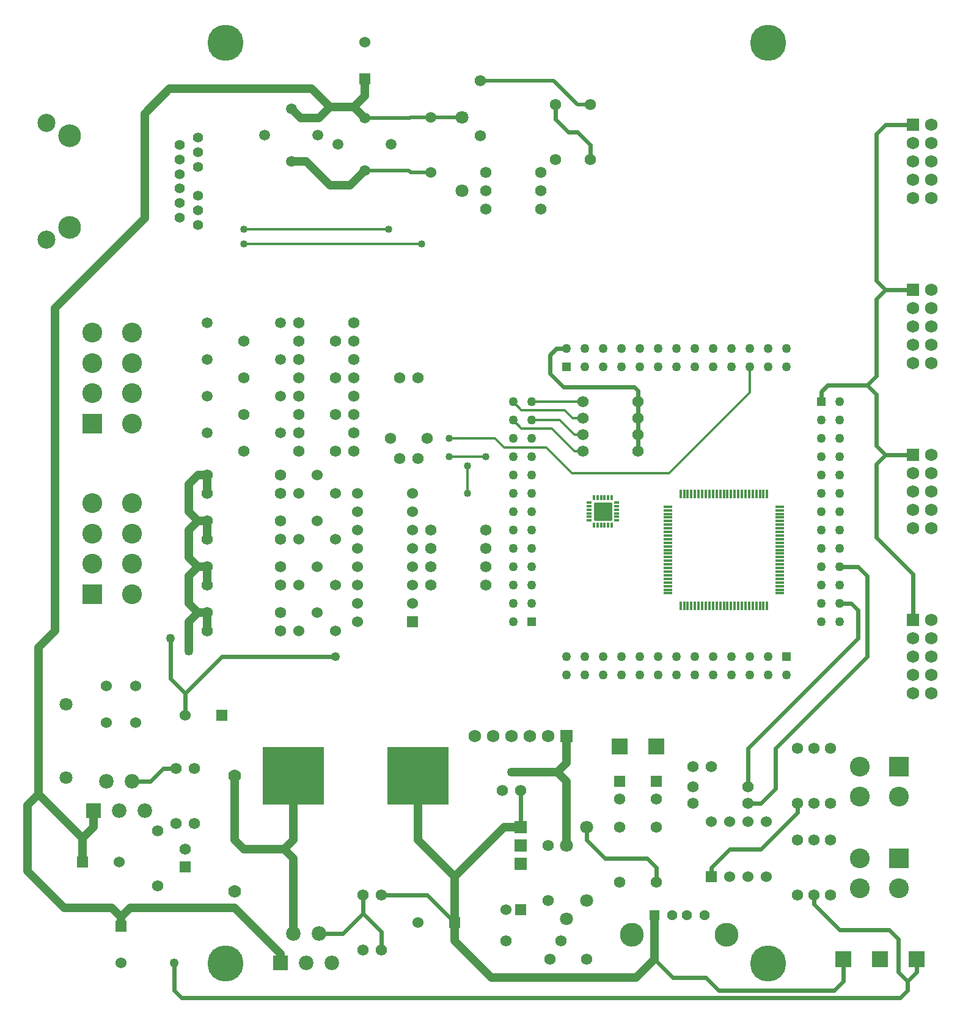
<source format=gtl>
G04*
G04 #@! TF.GenerationSoftware,Altium Limited,Altium Designer,22.6.1 (34)*
G04*
G04 Layer_Physical_Order=1*
G04 Layer_Color=255*
%FSLAX25Y25*%
%MOIN*%
G70*
G04*
G04 #@! TF.SameCoordinates,AF77A519-CAE8-4CE4-B455-2A79372E2E6D*
G04*
G04*
G04 #@! TF.FilePolarity,Positive*
G04*
G01*
G75*
%ADD34C,0.07000*%
%ADD43R,0.07000X0.07000*%
%ADD55R,0.04724X0.01181*%
%ADD56R,0.01181X0.04724*%
G04:AMPARAMS|DCode=57|XSize=98.43mil|YSize=98.43mil|CornerRadius=2.46mil|HoleSize=0mil|Usage=FLASHONLY|Rotation=180.000|XOffset=0mil|YOffset=0mil|HoleType=Round|Shape=RoundedRectangle|*
%AMROUNDEDRECTD57*
21,1,0.09843,0.09350,0,0,180.0*
21,1,0.09350,0.09843,0,0,180.0*
1,1,0.00492,-0.04675,0.04675*
1,1,0.00492,0.04675,0.04675*
1,1,0.00492,0.04675,-0.04675*
1,1,0.00492,-0.04675,-0.04675*
%
%ADD57ROUNDEDRECTD57*%
G04:AMPARAMS|DCode=58|XSize=27.17mil|YSize=11.02mil|CornerRadius=1.38mil|HoleSize=0mil|Usage=FLASHONLY|Rotation=270.000|XOffset=0mil|YOffset=0mil|HoleType=Round|Shape=RoundedRectangle|*
%AMROUNDEDRECTD58*
21,1,0.02717,0.00827,0,0,270.0*
21,1,0.02441,0.01102,0,0,270.0*
1,1,0.00276,-0.00413,-0.01221*
1,1,0.00276,-0.00413,0.01221*
1,1,0.00276,0.00413,0.01221*
1,1,0.00276,0.00413,-0.01221*
%
%ADD58ROUNDEDRECTD58*%
G04:AMPARAMS|DCode=59|XSize=27.17mil|YSize=11.02mil|CornerRadius=1.38mil|HoleSize=0mil|Usage=FLASHONLY|Rotation=180.000|XOffset=0mil|YOffset=0mil|HoleType=Round|Shape=RoundedRectangle|*
%AMROUNDEDRECTD59*
21,1,0.02717,0.00827,0,0,180.0*
21,1,0.02441,0.01102,0,0,180.0*
1,1,0.00276,-0.01221,0.00413*
1,1,0.00276,0.01221,0.00413*
1,1,0.00276,0.01221,-0.00413*
1,1,0.00276,-0.01221,-0.00413*
%
%ADD59ROUNDEDRECTD59*%
%ADD60R,0.33465X0.31496*%
%ADD61C,0.02000*%
%ADD62C,0.02362*%
%ADD63C,0.04724*%
%ADD64C,0.01378*%
%ADD65R,0.10827X0.10827*%
%ADD66C,0.10827*%
%ADD67C,0.05622*%
%ADD68C,0.13055*%
%ADD69R,0.05622X0.05622*%
%ADD70C,0.05512*%
%ADD71C,0.12402*%
%ADD72C,0.09843*%
%ADD73C,0.06200*%
%ADD74C,0.06000*%
%ADD75R,0.09055X0.09055*%
%ADD76R,0.07950X0.07950*%
%ADD77C,0.07950*%
%ADD78C,0.05906*%
%ADD79R,0.06000X0.06000*%
%ADD80R,0.06000X0.06000*%
%ADD81C,0.19685*%
%ADD82R,0.06200X0.06200*%
%ADD83C,0.07087*%
%ADD84R,0.06890X0.06890*%
%ADD85C,0.06890*%
%ADD86C,0.05000*%
%ADD87R,0.05000X0.05000*%
%ADD88R,0.05000X0.05000*%
%ADD89R,0.06890X0.06890*%
%ADD90C,0.04921*%
%ADD91C,0.04000*%
D34*
X133000Y127000D02*
D03*
Y64000D02*
D03*
D43*
X289000Y89000D02*
D03*
Y99000D02*
D03*
Y79000D02*
D03*
D55*
X430512Y226378D02*
D03*
Y273622D02*
D03*
Y271654D02*
D03*
Y269685D02*
D03*
Y267717D02*
D03*
Y265748D02*
D03*
Y263779D02*
D03*
Y261811D02*
D03*
Y259842D02*
D03*
Y257874D02*
D03*
Y255906D02*
D03*
Y253937D02*
D03*
Y251969D02*
D03*
Y250000D02*
D03*
Y248031D02*
D03*
Y246063D02*
D03*
Y244094D02*
D03*
Y242126D02*
D03*
Y240158D02*
D03*
Y238189D02*
D03*
Y236221D02*
D03*
Y234252D02*
D03*
Y232283D02*
D03*
Y230315D02*
D03*
Y228346D02*
D03*
X369488Y273622D02*
D03*
Y271654D02*
D03*
Y269685D02*
D03*
Y267717D02*
D03*
Y265748D02*
D03*
Y263779D02*
D03*
Y261811D02*
D03*
Y259842D02*
D03*
Y257874D02*
D03*
Y255906D02*
D03*
Y253937D02*
D03*
Y251969D02*
D03*
Y250000D02*
D03*
Y248031D02*
D03*
Y246063D02*
D03*
Y244094D02*
D03*
Y242126D02*
D03*
Y240158D02*
D03*
Y238189D02*
D03*
Y236221D02*
D03*
Y234252D02*
D03*
Y232283D02*
D03*
Y230315D02*
D03*
Y228346D02*
D03*
Y226378D02*
D03*
D56*
X423622Y280512D02*
D03*
X378346Y219488D02*
D03*
X380315D02*
D03*
X382283D02*
D03*
X384252D02*
D03*
X386221D02*
D03*
X388189D02*
D03*
X390158D02*
D03*
X392126D02*
D03*
X394094D02*
D03*
X396063D02*
D03*
X398031D02*
D03*
X400000D02*
D03*
X401968D02*
D03*
X403937D02*
D03*
X405905D02*
D03*
X407874D02*
D03*
X409842D02*
D03*
X411811D02*
D03*
X413779D02*
D03*
X415748D02*
D03*
X417717D02*
D03*
X419685D02*
D03*
X421654D02*
D03*
X423622D02*
D03*
X376378D02*
D03*
X421654Y280512D02*
D03*
X419685D02*
D03*
X417717D02*
D03*
X415748D02*
D03*
X413779D02*
D03*
X411811D02*
D03*
X409842D02*
D03*
X407874D02*
D03*
X405905D02*
D03*
X403937D02*
D03*
X401968D02*
D03*
X400000D02*
D03*
X398031D02*
D03*
X396063D02*
D03*
X394094D02*
D03*
X392126D02*
D03*
X390158D02*
D03*
X388189D02*
D03*
X386221D02*
D03*
X384252D02*
D03*
X382283D02*
D03*
X380315D02*
D03*
X378346D02*
D03*
X376378D02*
D03*
D57*
X334000Y271000D02*
D03*
D58*
X329079Y278480D02*
D03*
X331047D02*
D03*
X333016D02*
D03*
X334984D02*
D03*
X336953D02*
D03*
X338921D02*
D03*
Y263520D02*
D03*
X336953D02*
D03*
X334984D02*
D03*
X333016D02*
D03*
X331047D02*
D03*
X329079D02*
D03*
D59*
X341480Y275921D02*
D03*
Y273953D02*
D03*
Y271984D02*
D03*
Y270016D02*
D03*
Y268047D02*
D03*
Y266079D02*
D03*
X326520Y275921D02*
D03*
Y273953D02*
D03*
Y271984D02*
D03*
Y270016D02*
D03*
Y268047D02*
D03*
Y266079D02*
D03*
D60*
X233000Y127000D02*
D03*
X165000D02*
D03*
D61*
X320000Y493000D02*
X327000D01*
X307000Y506000D02*
X320000Y493000D01*
X267000Y506000D02*
X307000D01*
X229000Y456000D02*
X240000D01*
X204000Y456701D02*
X228299D01*
X229000Y456000D01*
X204000Y485653D02*
X228654D01*
X229000Y486000D01*
X240000D01*
X257000D01*
D62*
X308000Y485000D02*
X315000Y478000D01*
X320000D01*
X327000Y471000D01*
Y463000D02*
Y471000D01*
X308000Y485000D02*
Y493000D01*
X213000Y32000D02*
Y42000D01*
X203000Y52000D02*
X213000Y42000D01*
X179000Y41000D02*
X192000D01*
X203000Y52000D01*
Y62000D01*
X372000Y17000D02*
X390000D01*
X397000Y10000D01*
X460000D01*
X104000Y6000D02*
X496000D01*
X500000Y10000D01*
X100000D02*
X104000Y6000D01*
X98000Y180000D02*
Y202000D01*
Y180000D02*
X106000Y172000D01*
X94000Y131000D02*
X101000D01*
X87000Y124000D02*
X94000Y131000D01*
X465000Y15000D02*
Y27000D01*
X460000Y10000D02*
X465000Y15000D01*
X490000Y43000D02*
X495000Y38000D01*
Y20000D02*
Y38000D01*
Y20000D02*
X500000Y15000D01*
X505000Y20000D02*
Y27000D01*
X500000Y15000D02*
X505000Y20000D01*
X500000Y10000D02*
Y15000D01*
X126000Y192000D02*
X188000D01*
X100000Y10000D02*
Y25000D01*
X463000Y43000D02*
X490000D01*
X362000Y27000D02*
X372000Y17000D01*
X449000Y57000D02*
X463000Y43000D01*
X449000Y57000D02*
Y62000D01*
X325000Y92000D02*
Y99000D01*
X335000Y82000D02*
X358000D01*
X325000Y92000D02*
X335000Y82000D01*
X358000D02*
X363000Y77000D01*
Y69000D02*
Y77000D01*
X473000Y202000D02*
Y217347D01*
X413000Y121000D02*
Y142000D01*
X428000Y120000D02*
Y142000D01*
X440000Y107000D02*
Y112000D01*
X420000Y87000D02*
X440000Y107000D01*
X403000Y87000D02*
X420000D01*
X428000Y142000D02*
X478000Y192000D01*
X420000Y112000D02*
X428000Y120000D01*
X413000Y142000D02*
X473000Y202000D01*
X353000Y331000D02*
Y337000D01*
Y322000D02*
Y331000D01*
Y313000D02*
Y322000D01*
Y304000D02*
Y313000D01*
X351000Y339000D02*
X353000Y337000D01*
X312347Y339000D02*
X351000D01*
X305000Y346346D02*
X312347Y339000D01*
X213000Y62000D02*
X238000D01*
X253000Y47000D01*
X478000Y192000D02*
Y236000D01*
X413000Y112000D02*
X420000D01*
X393000Y77000D02*
X403000Y87000D01*
X393000Y72000D02*
Y77000D01*
X473000Y241000D02*
X478000Y236000D01*
X463000Y241000D02*
X473000D01*
X469347Y221000D02*
X473000Y217347D01*
X463000Y221000D02*
X469347D01*
X289000Y99000D02*
Y119000D01*
X106000Y172000D02*
X126000Y192000D01*
X106000Y160000D02*
Y172000D01*
X503000Y212000D02*
Y237000D01*
X483000Y257000D02*
X503000Y237000D01*
X488000Y302000D02*
X503000D01*
X488000Y392000D02*
X503000D01*
X488000Y482000D02*
X503000D01*
X77000Y124000D02*
X87000D01*
X478000Y340000D02*
X483000Y335000D01*
X453000Y336347D02*
X456653Y340000D01*
X478000D02*
X483000Y345000D01*
X456653Y340000D02*
X478000D01*
X483000Y345000D02*
Y387000D01*
Y307000D02*
Y335000D01*
Y477000D02*
X488000Y482000D01*
X483000Y397000D02*
Y477000D01*
Y397000D02*
X488000Y392000D01*
X483000Y387000D02*
X488000Y392000D01*
X483000Y257000D02*
Y297000D01*
X488000Y302000D01*
X483000Y307000D02*
X488000Y302000D01*
X453000Y331000D02*
Y336347D01*
X305000Y346346D02*
Y356347D01*
X308653Y360000D01*
X314000D01*
D63*
X108000Y246000D02*
Y261000D01*
Y246000D02*
X113000Y241000D01*
X108000Y236000D02*
X113000Y241000D01*
X118000D01*
X113000Y216000D02*
X118000D01*
X108000Y221000D02*
X113000Y216000D01*
X108000Y211000D02*
X113000Y216000D01*
X158000Y25000D02*
Y30000D01*
X133000Y55000D02*
X158000Y30000D01*
X76000Y55000D02*
X133000D01*
X165000Y41000D02*
Y82000D01*
X71000Y45000D02*
Y50000D01*
X66000Y55000D02*
X71000Y50000D01*
X40000Y55000D02*
X66000D01*
X71000Y50000D02*
X76000Y55000D01*
X35000Y206000D02*
Y382000D01*
X20000Y111000D02*
X26000Y117000D01*
X50000Y93000D02*
X56000Y99000D01*
Y108000D01*
X26000Y117000D02*
Y197000D01*
X50000Y80000D02*
Y93000D01*
X26000Y117000D02*
X50000Y93000D01*
X20000Y75000D02*
Y111000D01*
Y75000D02*
X40000Y55000D01*
X362000Y27000D02*
Y51000D01*
X352000Y17000D02*
X362000Y27000D01*
X343000Y17000D02*
X352000D01*
X204000Y497653D02*
Y507000D01*
X198000Y491653D02*
X204000Y497653D01*
X198000Y491653D02*
X204000Y485653D01*
X35000Y382000D02*
X84000Y431000D01*
Y488000D01*
X26000Y197000D02*
X35000Y206000D01*
X179000Y485653D02*
X185000Y491653D01*
X198000D01*
X164000Y490654D02*
X169000Y485653D01*
X179000D01*
X175000Y501653D02*
X185000Y491653D01*
X97654Y501653D02*
X175000D01*
X84000Y488000D02*
X97654Y501653D01*
X102988Y463000D02*
X103000Y463012D01*
X185000Y449000D02*
X196299D01*
X204000Y456701D01*
X172299Y461701D02*
X185000Y449000D01*
X164000Y461701D02*
X172299D01*
X253000Y37000D02*
X273000Y17000D01*
X253000Y72000D02*
X280000Y99000D01*
X289000D01*
X273000Y17000D02*
X343000Y17000D01*
X253000Y37000D02*
Y47000D01*
X138000Y87000D02*
X160000D01*
X165000Y82000D01*
X160000Y87000D02*
X165000Y92000D01*
Y127000D01*
X233000Y92000D02*
Y127000D01*
X253000Y47000D02*
Y72000D01*
X233000Y92000D02*
X253000Y72000D01*
X133000Y92000D02*
Y127000D01*
Y92000D02*
X138000Y87000D01*
X284000Y129000D02*
X308922D01*
X314000Y89000D02*
Y124000D01*
X309000Y129000D02*
X314000Y124000D01*
X309000Y129000D02*
X314000Y134000D01*
Y148653D01*
X108000Y195000D02*
Y211000D01*
Y221000D02*
Y236000D01*
X118000Y206000D02*
Y216000D01*
X108000Y261000D02*
X113000Y266000D01*
X108000Y286000D02*
X113000Y291000D01*
X108000Y271000D02*
X113000Y266000D01*
X118000Y231000D02*
Y241000D01*
Y256000D02*
Y266000D01*
X113000Y291000D02*
X118000D01*
Y281000D02*
Y291000D01*
X113000Y266000D02*
X118000D01*
X108000Y271000D02*
Y286000D01*
D64*
X270000Y311000D02*
X275000D01*
X280000Y306000D01*
X303000D01*
X317000Y292000D01*
X370000D01*
X414000Y336000D01*
Y350000D01*
X306000Y316347D02*
X318347Y304000D01*
X323000D01*
X310347Y321000D02*
X318347Y313000D01*
X323000D01*
X313000Y326346D02*
X317347Y322000D01*
X323000D01*
X295000Y331000D02*
X323000D01*
X138000Y417000D02*
X235000D01*
X138000Y425000D02*
X217000D01*
X289653Y316347D02*
X306000D01*
X285000Y321000D02*
X289653Y316347D01*
X295000Y321000D02*
X310347D01*
X289653Y326346D02*
X313000D01*
X285000Y331000D02*
X289653Y326346D01*
X260000Y281000D02*
Y296000D01*
X250000Y301000D02*
X270000D01*
X250000Y311000D02*
X270000D01*
D65*
X495653Y82000D02*
D03*
Y132000D02*
D03*
X55598Y225929D02*
D03*
Y318929D02*
D03*
D66*
X474000Y82000D02*
D03*
X495653Y65465D02*
D03*
X474000D02*
D03*
Y115465D02*
D03*
X495653D02*
D03*
X474000Y132000D02*
D03*
X77252Y225929D02*
D03*
X55598Y242465D02*
D03*
X77252D02*
D03*
X55598Y259000D02*
D03*
X77252D02*
D03*
X55598Y275535D02*
D03*
X77252D02*
D03*
Y368535D02*
D03*
X55598D02*
D03*
X77252Y352000D02*
D03*
X55598D02*
D03*
X77252Y335465D02*
D03*
X55598D02*
D03*
X77252Y318929D02*
D03*
D67*
X389559Y51000D02*
D03*
X379716D02*
D03*
X371843D02*
D03*
D68*
X401646Y40331D02*
D03*
X349913D02*
D03*
D69*
X362000Y51000D02*
D03*
D70*
X113000Y475000D02*
D03*
Y467008D02*
D03*
Y459016D02*
D03*
Y443032D02*
D03*
Y435039D02*
D03*
Y427047D02*
D03*
X103000Y471004D02*
D03*
Y463012D02*
D03*
Y455020D02*
D03*
Y447028D02*
D03*
Y439035D02*
D03*
Y431043D02*
D03*
D71*
X43000Y476024D02*
D03*
Y426024D02*
D03*
D72*
X30480Y482776D02*
D03*
Y419272D02*
D03*
D73*
X270000Y446000D02*
D03*
X300000D02*
D03*
X327000Y463000D02*
D03*
Y493000D02*
D03*
X213000Y32000D02*
D03*
Y62000D02*
D03*
X383000Y132000D02*
D03*
X393000D02*
D03*
X363000Y114200D02*
D03*
X440000Y92000D02*
D03*
Y62000D02*
D03*
X323000Y313000D02*
D03*
X353000D02*
D03*
X323000Y304000D02*
D03*
X353000D02*
D03*
X323000Y331000D02*
D03*
X353000D02*
D03*
X323000Y322000D02*
D03*
X353000D02*
D03*
X308000Y493000D02*
D03*
Y463000D02*
D03*
X300000Y456000D02*
D03*
X270000D02*
D03*
X300000Y436000D02*
D03*
X270000D02*
D03*
X267000Y506000D02*
D03*
Y476000D02*
D03*
X203000Y32000D02*
D03*
Y62000D02*
D03*
X458000D02*
D03*
Y92000D02*
D03*
X383000Y121000D02*
D03*
X413000D02*
D03*
X449000Y62000D02*
D03*
Y92000D02*
D03*
X383000Y112000D02*
D03*
X413000D02*
D03*
X279000Y119000D02*
D03*
X289000D02*
D03*
X325000Y27000D02*
D03*
X305000D02*
D03*
X458000Y112000D02*
D03*
Y142000D02*
D03*
X343000Y114200D02*
D03*
X281000Y37000D02*
D03*
X311000D02*
D03*
X304000Y59000D02*
D03*
Y89000D02*
D03*
X440000Y142000D02*
D03*
Y112000D02*
D03*
X449000Y142000D02*
D03*
Y112000D02*
D03*
X101000Y101000D02*
D03*
Y131000D02*
D03*
X111000Y101000D02*
D03*
Y131000D02*
D03*
X138000Y364000D02*
D03*
X168000D02*
D03*
X138000Y344000D02*
D03*
X168000D02*
D03*
X138000Y324000D02*
D03*
X168000D02*
D03*
X138000Y304000D02*
D03*
X168000D02*
D03*
X223000Y343900D02*
D03*
X233000D02*
D03*
X270000Y261000D02*
D03*
X240000D02*
D03*
X270000Y251000D02*
D03*
X240000D02*
D03*
X270000Y241000D02*
D03*
X240000D02*
D03*
X270000Y231000D02*
D03*
X240000D02*
D03*
X363000Y69000D02*
D03*
Y99000D02*
D03*
X343000Y69000D02*
D03*
Y99000D02*
D03*
X91000Y97000D02*
D03*
Y67000D02*
D03*
X106000Y86800D02*
D03*
X168000Y374000D02*
D03*
X198000D02*
D03*
X168000Y354000D02*
D03*
X198000D02*
D03*
X168000Y334000D02*
D03*
X198000D02*
D03*
X168000Y314000D02*
D03*
X198000D02*
D03*
X188000Y364000D02*
D03*
X198000D02*
D03*
X188000Y344000D02*
D03*
X198000D02*
D03*
X188000Y324000D02*
D03*
X198000D02*
D03*
X188000Y304000D02*
D03*
X198000D02*
D03*
X218000Y311000D02*
D03*
X238000D02*
D03*
X118000Y231000D02*
D03*
X158000D02*
D03*
X118000Y216000D02*
D03*
X158000D02*
D03*
X118000Y206000D02*
D03*
X158000D02*
D03*
X118000Y256000D02*
D03*
X158000D02*
D03*
X118000Y241000D02*
D03*
X158000D02*
D03*
X118000Y266000D02*
D03*
X158000D02*
D03*
X118000Y281000D02*
D03*
X158000D02*
D03*
X118000Y291000D02*
D03*
X158000D02*
D03*
X233000Y300000D02*
D03*
X223000D02*
D03*
D74*
X63000Y176000D02*
D03*
X79000Y156000D02*
D03*
Y176000D02*
D03*
X63000Y156000D02*
D03*
X178000Y241000D02*
D03*
X168000Y231000D02*
D03*
X188000D02*
D03*
X204000Y527000D02*
D03*
X70000Y80000D02*
D03*
X106000Y160000D02*
D03*
X71000Y25000D02*
D03*
X233000Y47000D02*
D03*
X240000Y486000D02*
D03*
Y456000D02*
D03*
X423000Y72000D02*
D03*
Y102000D02*
D03*
X393000D02*
D03*
X403000D02*
D03*
X413000D02*
D03*
Y72000D02*
D03*
X403000D02*
D03*
X281000Y54000D02*
D03*
X230000Y281000D02*
D03*
X200000D02*
D03*
Y261000D02*
D03*
Y271000D02*
D03*
X230000D02*
D03*
Y261000D02*
D03*
X200000Y241000D02*
D03*
Y251000D02*
D03*
X230000D02*
D03*
Y241000D02*
D03*
Y221000D02*
D03*
Y231000D02*
D03*
X200000D02*
D03*
Y221000D02*
D03*
Y211000D02*
D03*
X188000Y206000D02*
D03*
X168000D02*
D03*
X178000Y216000D02*
D03*
X188000Y256000D02*
D03*
X168000D02*
D03*
X178000Y266000D02*
D03*
X188000Y281000D02*
D03*
X168000D02*
D03*
X178000Y291000D02*
D03*
D75*
X363000Y143000D02*
D03*
X485000Y27000D02*
D03*
X465000D02*
D03*
X505000D02*
D03*
X343000Y143000D02*
D03*
D76*
X56000Y108000D02*
D03*
X158000Y25000D02*
D03*
D77*
X63000Y124000D02*
D03*
X70000Y108000D02*
D03*
X77000Y124000D02*
D03*
X84000Y108000D02*
D03*
X186000Y25000D02*
D03*
X179000Y41000D02*
D03*
X172000Y25000D02*
D03*
X165000Y41000D02*
D03*
D78*
X204000Y485653D02*
D03*
X218476Y471177D02*
D03*
X204000Y456701D02*
D03*
X189524Y471177D02*
D03*
X149524Y476177D02*
D03*
X164000Y461701D02*
D03*
X178476Y476177D02*
D03*
X164000Y490654D02*
D03*
X158000Y314000D02*
D03*
X118000D02*
D03*
X158000Y334000D02*
D03*
X118000D02*
D03*
X158000Y374000D02*
D03*
X118000D02*
D03*
X158000Y354000D02*
D03*
X118000D02*
D03*
D79*
X204000Y507000D02*
D03*
X71000Y45000D02*
D03*
X393000Y72000D02*
D03*
D80*
X50000Y80000D02*
D03*
X126000Y160000D02*
D03*
X253000Y47000D02*
D03*
X289000Y54000D02*
D03*
X230000Y211000D02*
D03*
D81*
X128000Y526653D02*
D03*
X424000D02*
D03*
Y24654D02*
D03*
X128000D02*
D03*
D82*
X363000Y123900D02*
D03*
X343000D02*
D03*
X106000Y77100D02*
D03*
D83*
X257000Y486000D02*
D03*
Y446000D02*
D03*
X41000Y166000D02*
D03*
Y126000D02*
D03*
X314000Y49000D02*
D03*
Y89000D02*
D03*
X325000Y59000D02*
D03*
Y99000D02*
D03*
D84*
X503000Y212000D02*
D03*
Y302000D02*
D03*
Y392000D02*
D03*
Y482000D02*
D03*
D85*
X513000Y212000D02*
D03*
X503000Y202000D02*
D03*
X513000D02*
D03*
X503000Y192000D02*
D03*
X513000D02*
D03*
X503000Y182000D02*
D03*
X513000D02*
D03*
X503000Y172000D02*
D03*
X513000D02*
D03*
Y302000D02*
D03*
X503000Y292000D02*
D03*
X513000D02*
D03*
X503000Y282000D02*
D03*
X513000D02*
D03*
X503000Y272000D02*
D03*
X513000D02*
D03*
X503000Y262000D02*
D03*
X513000D02*
D03*
Y392000D02*
D03*
X503000Y382000D02*
D03*
X513000D02*
D03*
X503000Y372000D02*
D03*
X513000D02*
D03*
X503000Y362000D02*
D03*
X513000D02*
D03*
X503000Y352000D02*
D03*
X513000D02*
D03*
Y442000D02*
D03*
X503000D02*
D03*
X513000Y452000D02*
D03*
X503000D02*
D03*
X513000Y462000D02*
D03*
X503000D02*
D03*
X513000Y472000D02*
D03*
X503000D02*
D03*
X513000Y482000D02*
D03*
X264000Y148653D02*
D03*
X274000D02*
D03*
X284000D02*
D03*
X294000D02*
D03*
X304000D02*
D03*
D86*
X285000Y241000D02*
D03*
X295000Y221000D02*
D03*
X285000Y211000D02*
D03*
Y221000D02*
D03*
Y251000D02*
D03*
Y261000D02*
D03*
Y271000D02*
D03*
Y281000D02*
D03*
Y291000D02*
D03*
Y301000D02*
D03*
Y311000D02*
D03*
Y321000D02*
D03*
Y331000D02*
D03*
Y231000D02*
D03*
X295000Y241000D02*
D03*
Y251000D02*
D03*
Y261000D02*
D03*
Y271000D02*
D03*
Y281000D02*
D03*
Y291000D02*
D03*
Y301000D02*
D03*
Y311000D02*
D03*
Y321000D02*
D03*
Y331000D02*
D03*
Y231000D02*
D03*
X334000Y350000D02*
D03*
X434000D02*
D03*
X424000D02*
D03*
X414000D02*
D03*
X404000D02*
D03*
X394000D02*
D03*
X384000D02*
D03*
X374000D02*
D03*
X364000D02*
D03*
X354000D02*
D03*
X344000D02*
D03*
X334000Y360000D02*
D03*
X434000D02*
D03*
X424000D02*
D03*
X414000D02*
D03*
X404000D02*
D03*
X394000D02*
D03*
X384000D02*
D03*
X374000D02*
D03*
X364000D02*
D03*
X354000D02*
D03*
X324000D02*
D03*
X314000D02*
D03*
X324000Y350000D02*
D03*
X344000Y360000D02*
D03*
X453000Y311000D02*
D03*
Y211000D02*
D03*
Y221000D02*
D03*
Y231000D02*
D03*
Y241000D02*
D03*
Y251000D02*
D03*
Y261000D02*
D03*
Y271000D02*
D03*
Y281000D02*
D03*
Y291000D02*
D03*
Y301000D02*
D03*
X463000Y311000D02*
D03*
Y211000D02*
D03*
Y221000D02*
D03*
Y231000D02*
D03*
Y241000D02*
D03*
Y251000D02*
D03*
Y261000D02*
D03*
Y271000D02*
D03*
Y281000D02*
D03*
Y291000D02*
D03*
Y321000D02*
D03*
Y331000D02*
D03*
X453000Y321000D02*
D03*
X463000Y301000D02*
D03*
X404000Y182000D02*
D03*
X424000Y192000D02*
D03*
X434000Y182000D02*
D03*
X424000D02*
D03*
X394000D02*
D03*
X384000D02*
D03*
X374000D02*
D03*
X364000D02*
D03*
X354000D02*
D03*
X344000D02*
D03*
X334000D02*
D03*
X324000D02*
D03*
X314000D02*
D03*
X414000D02*
D03*
X404000Y192000D02*
D03*
X394000D02*
D03*
X384000D02*
D03*
X374000D02*
D03*
X364000D02*
D03*
X354000D02*
D03*
X344000D02*
D03*
X334000D02*
D03*
X324000D02*
D03*
X314000D02*
D03*
X414000D02*
D03*
D87*
X295000Y211000D02*
D03*
X453000Y331000D02*
D03*
D88*
X314000Y350000D02*
D03*
X434000Y192000D02*
D03*
D89*
X314000Y148653D02*
D03*
D90*
X98000Y202000D02*
D03*
X100000Y25000D02*
D03*
X284000Y129000D02*
D03*
X188000Y192000D02*
D03*
X108000Y195000D02*
D03*
D91*
X235000Y417000D02*
D03*
X138000Y425000D02*
D03*
Y417000D02*
D03*
X217000Y425000D02*
D03*
X250000Y301000D02*
D03*
Y311000D02*
D03*
X260000Y281000D02*
D03*
Y296000D02*
D03*
X270000Y301000D02*
D03*
M02*

</source>
